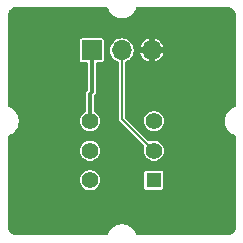
<source format=gbr>
%TF.GenerationSoftware,KiCad,Pcbnew,6.0.7+dfsg-1~bpo11+1*%
%TF.CreationDate,2022-09-24T09:45:49+00:00*%
%TF.ProjectId,0101-PUSH,30313031-2d50-4555-9348-2e6b69636164,V1.1*%
%TF.SameCoordinates,Original*%
%TF.FileFunction,Copper,L2,Bot*%
%TF.FilePolarity,Positive*%
%FSLAX46Y46*%
G04 Gerber Fmt 4.6, Leading zero omitted, Abs format (unit mm)*
G04 Created by KiCad (PCBNEW 6.0.7+dfsg-1~bpo11+1) date 2022-09-24 09:45:49*
%MOMM*%
%LPD*%
G01*
G04 APERTURE LIST*
%TA.AperFunction,ComponentPad*%
%ADD10R,1.700000X1.700000*%
%TD*%
%TA.AperFunction,ComponentPad*%
%ADD11O,1.700000X1.700000*%
%TD*%
%TA.AperFunction,ComponentPad*%
%ADD12R,1.300000X1.300000*%
%TD*%
%TA.AperFunction,ComponentPad*%
%ADD13C,1.400000*%
%TD*%
%TA.AperFunction,ViaPad*%
%ADD14C,0.500000*%
%TD*%
%TA.AperFunction,Conductor*%
%ADD15C,0.200000*%
%TD*%
%TA.AperFunction,Conductor*%
%ADD16C,0.350000*%
%TD*%
G04 APERTURE END LIST*
D10*
%TO.P,J1,1,Pin_1*%
%TO.N,VCC*%
X7260000Y15800000D03*
D11*
%TO.P,J1,2,Pin_2*%
%TO.N,/KEY*%
X9800000Y15800000D03*
%TO.P,J1,3,Pin_3*%
%TO.N,GND*%
X12340000Y15800000D03*
%TD*%
D12*
%TO.P,SW1,1,A*%
%TO.N,unconnected-(SW1-Pad1)*%
X12500000Y4800000D03*
D13*
%TO.P,SW1,2,B*%
%TO.N,/KEY*%
X12500000Y7300000D03*
%TO.P,SW1,3,C*%
%TO.N,Net-(R3-Pad2)*%
X12500000Y9800000D03*
%TO.P,SW1,4,A*%
%TO.N,unconnected-(SW1-Pad4)*%
X7100000Y4800000D03*
%TO.P,SW1,5,B*%
%TO.N,Net-(R5-Pad2)*%
X7100000Y7300000D03*
%TO.P,SW1,6,C*%
%TO.N,VCC*%
X7100000Y9800000D03*
%TD*%
D14*
%TO.N,GND*%
X18300000Y6300000D03*
X14400000Y9400000D03*
X17800000Y16800000D03*
X14400000Y7300000D03*
X8800000Y9800000D03*
X10300000Y7300000D03*
X18300000Y8300000D03*
X8800000Y10800000D03*
X1800000Y14300000D03*
X10800000Y10800000D03*
X11800000Y18300000D03*
X16800000Y1800000D03*
X2800000Y15300000D03*
X18300000Y7300000D03*
X17800000Y17800000D03*
X6800000Y18300000D03*
X2800000Y14300000D03*
X9300000Y7300000D03*
X3300000Y2800000D03*
X16800000Y17800000D03*
X4300000Y2800000D03*
X7800000Y18300000D03*
X17800000Y1800000D03*
X16800000Y16800000D03*
X1800000Y15300000D03*
X12800000Y18300000D03*
%TD*%
D15*
%TO.N,/KEY*%
X9800000Y10000000D02*
X12500000Y7300000D01*
X9800000Y15800000D02*
X9800000Y10000000D01*
D16*
%TO.N,VCC*%
X7260000Y12260000D02*
X7100000Y12100000D01*
X7100000Y12100000D02*
X7100000Y9800000D01*
X7260000Y15800000D02*
X7260000Y12260000D01*
%TD*%
%TA.AperFunction,Conductor*%
%TO.N,GND*%
G36*
X8553332Y19429498D02*
G01*
X8599825Y19375842D01*
X8601115Y19372667D01*
X8601476Y19371320D01*
X8687324Y19181795D01*
X8690190Y19177505D01*
X8746090Y19093828D01*
X8802901Y19008786D01*
X8945119Y18856918D01*
X9110178Y18730247D01*
X9293668Y18632159D01*
X9298545Y18630503D01*
X9298548Y18630502D01*
X9485802Y18566931D01*
X9490686Y18565273D01*
X9695969Y18531377D01*
X9904031Y18531377D01*
X10109314Y18565273D01*
X10114198Y18566931D01*
X10301452Y18630502D01*
X10301455Y18630503D01*
X10306332Y18632159D01*
X10489822Y18730247D01*
X10654881Y18856918D01*
X10797099Y19008786D01*
X10853911Y19093828D01*
X10909810Y19177505D01*
X10912676Y19181795D01*
X10963341Y19293646D01*
X10998524Y19371320D01*
X10999686Y19370793D01*
X11037922Y19423337D01*
X11104100Y19449046D01*
X11114789Y19449500D01*
X18763598Y19449500D01*
X18771315Y19448484D01*
X18783978Y19448484D01*
X18800000Y19444191D01*
X18813583Y19447830D01*
X18816043Y19447692D01*
X18930420Y19434805D01*
X18957928Y19428526D01*
X19068407Y19389868D01*
X19093820Y19377631D01*
X19192943Y19315349D01*
X19214998Y19297759D01*
X19297759Y19214998D01*
X19315349Y19192943D01*
X19377631Y19093820D01*
X19389868Y19068407D01*
X19428526Y18957928D01*
X19434805Y18930420D01*
X19447692Y18816043D01*
X19447830Y18813583D01*
X19444191Y18800000D01*
X19448484Y18783978D01*
X19448484Y18771315D01*
X19449500Y18763598D01*
X19449501Y14903449D01*
X19449501Y11114788D01*
X19429499Y11046667D01*
X19375843Y11000174D01*
X19372663Y10998882D01*
X19371322Y10998523D01*
X19181796Y10912676D01*
X19177506Y10909810D01*
X19013075Y10799964D01*
X19013071Y10799961D01*
X19008787Y10797099D01*
X18856919Y10654881D01*
X18730248Y10489822D01*
X18632160Y10306332D01*
X18630504Y10301455D01*
X18630503Y10301452D01*
X18576218Y10141550D01*
X18565274Y10109314D01*
X18531378Y9904031D01*
X18531378Y9695969D01*
X18565274Y9490686D01*
X18566932Y9485803D01*
X18566932Y9485802D01*
X18607161Y9367306D01*
X18632160Y9293668D01*
X18730248Y9110178D01*
X18856919Y8945119D01*
X19008787Y8802901D01*
X19013071Y8800039D01*
X19013075Y8800036D01*
X19124135Y8725844D01*
X19181796Y8687324D01*
X19186495Y8685196D01*
X19186496Y8685195D01*
X19371322Y8601477D01*
X19370794Y8600312D01*
X19423333Y8562085D01*
X19449046Y8495908D01*
X19449501Y8485212D01*
X19449500Y836402D01*
X19448484Y828685D01*
X19448484Y816022D01*
X19444191Y800000D01*
X19447830Y786417D01*
X19447692Y783957D01*
X19434805Y669580D01*
X19428526Y642072D01*
X19389868Y531593D01*
X19377631Y506180D01*
X19315349Y407057D01*
X19297759Y385002D01*
X19214998Y302241D01*
X19192943Y284651D01*
X19093820Y222369D01*
X19068407Y210132D01*
X18957928Y171474D01*
X18930420Y165195D01*
X18816043Y152308D01*
X18813583Y152170D01*
X18800000Y155809D01*
X18783978Y151516D01*
X18771315Y151516D01*
X18763598Y150500D01*
X11114789Y150500D01*
X11046668Y170502D01*
X11000175Y224158D01*
X10998885Y227333D01*
X10998524Y228680D01*
X10912676Y418205D01*
X10888477Y454429D01*
X10799964Y586926D01*
X10799961Y586930D01*
X10797099Y591214D01*
X10654881Y743082D01*
X10489822Y869753D01*
X10306332Y967841D01*
X10301455Y969497D01*
X10301452Y969498D01*
X10114198Y1033069D01*
X10114197Y1033069D01*
X10109314Y1034727D01*
X9904031Y1068623D01*
X9695969Y1068623D01*
X9490686Y1034727D01*
X9485803Y1033069D01*
X9485802Y1033069D01*
X9298548Y969498D01*
X9298545Y969497D01*
X9293668Y967841D01*
X9110178Y869753D01*
X8945119Y743082D01*
X8802901Y591214D01*
X8800039Y586930D01*
X8800036Y586926D01*
X8711523Y454429D01*
X8687324Y418205D01*
X8685195Y413505D01*
X8685194Y413503D01*
X8634796Y302241D01*
X8601476Y228680D01*
X8600314Y229207D01*
X8562078Y176663D01*
X8495900Y150954D01*
X8485211Y150500D01*
X836402Y150500D01*
X828685Y151516D01*
X816022Y151516D01*
X800000Y155809D01*
X786417Y152170D01*
X783957Y152308D01*
X669580Y165195D01*
X642072Y171474D01*
X531593Y210132D01*
X506180Y222369D01*
X407057Y284651D01*
X385002Y302241D01*
X302241Y385002D01*
X284651Y407057D01*
X222369Y506180D01*
X210132Y531593D01*
X171474Y642072D01*
X165195Y669580D01*
X152308Y783957D01*
X152170Y786417D01*
X155809Y800000D01*
X151516Y816022D01*
X151516Y828685D01*
X150500Y836402D01*
X150500Y4800000D01*
X6244815Y4800000D01*
X6263503Y4622197D01*
X6318750Y4452165D01*
X6408141Y4297335D01*
X6527770Y4164474D01*
X6533109Y4160595D01*
X6642719Y4080958D01*
X6672407Y4059388D01*
X6678435Y4056704D01*
X6678437Y4056703D01*
X6792741Y4005812D01*
X6835733Y3986671D01*
X6923171Y3968086D01*
X7004152Y3950872D01*
X7004156Y3950872D01*
X7010609Y3949500D01*
X7189391Y3949500D01*
X7195844Y3950872D01*
X7195848Y3950872D01*
X7276829Y3968086D01*
X7364267Y3986671D01*
X7407259Y4005812D01*
X7521563Y4056703D01*
X7521565Y4056704D01*
X7527593Y4059388D01*
X7557282Y4080958D01*
X7631911Y4135180D01*
X11699500Y4135180D01*
X11708233Y4091278D01*
X11715127Y4080960D01*
X11715128Y4080958D01*
X11726948Y4063269D01*
X11741496Y4041496D01*
X11751815Y4034601D01*
X11780958Y4015128D01*
X11780960Y4015127D01*
X11791278Y4008233D01*
X11835180Y3999500D01*
X13164820Y3999500D01*
X13208722Y4008233D01*
X13219040Y4015127D01*
X13219042Y4015128D01*
X13248185Y4034601D01*
X13258504Y4041496D01*
X13273052Y4063269D01*
X13284872Y4080958D01*
X13284873Y4080960D01*
X13291767Y4091278D01*
X13300500Y4135180D01*
X13300500Y5464820D01*
X13291767Y5508722D01*
X13284873Y5519040D01*
X13284872Y5519042D01*
X13265399Y5548185D01*
X13258504Y5558504D01*
X13248185Y5565399D01*
X13219042Y5584872D01*
X13219040Y5584873D01*
X13208722Y5591767D01*
X13164820Y5600500D01*
X11835180Y5600500D01*
X11791278Y5591767D01*
X11780960Y5584873D01*
X11780958Y5584872D01*
X11751815Y5565399D01*
X11741496Y5558504D01*
X11734601Y5548185D01*
X11715128Y5519042D01*
X11715127Y5519040D01*
X11708233Y5508722D01*
X11699500Y5464820D01*
X11699500Y4135180D01*
X7631911Y4135180D01*
X7666891Y4160595D01*
X7672230Y4164474D01*
X7791859Y4297335D01*
X7881250Y4452165D01*
X7936497Y4622197D01*
X7955185Y4800000D01*
X7936497Y4977803D01*
X7881250Y5147835D01*
X7791859Y5302665D01*
X7672230Y5435526D01*
X7588237Y5496551D01*
X7532935Y5536731D01*
X7532933Y5536732D01*
X7527593Y5540612D01*
X7521565Y5543296D01*
X7521563Y5543297D01*
X7370298Y5610644D01*
X7370297Y5610644D01*
X7364267Y5613329D01*
X7276829Y5631914D01*
X7195848Y5649128D01*
X7195844Y5649128D01*
X7189391Y5650500D01*
X7010609Y5650500D01*
X7004156Y5649128D01*
X7004152Y5649128D01*
X6923171Y5631914D01*
X6835733Y5613329D01*
X6829703Y5610644D01*
X6829702Y5610644D01*
X6678438Y5543297D01*
X6678436Y5543296D01*
X6672408Y5540612D01*
X6667067Y5536732D01*
X6667066Y5536731D01*
X6628515Y5508722D01*
X6527770Y5435526D01*
X6408141Y5302665D01*
X6318750Y5147835D01*
X6263503Y4977803D01*
X6244815Y4800000D01*
X150500Y4800000D01*
X150500Y7300000D01*
X6244815Y7300000D01*
X6263503Y7122197D01*
X6318750Y6952165D01*
X6408141Y6797335D01*
X6527770Y6664474D01*
X6672407Y6559388D01*
X6678435Y6556704D01*
X6678437Y6556703D01*
X6829702Y6489356D01*
X6835733Y6486671D01*
X6923171Y6468085D01*
X7004152Y6450872D01*
X7004156Y6450872D01*
X7010609Y6449500D01*
X7189391Y6449500D01*
X7195844Y6450872D01*
X7195848Y6450872D01*
X7276829Y6468086D01*
X7364267Y6486671D01*
X7370298Y6489356D01*
X7521563Y6556703D01*
X7521565Y6556704D01*
X7527593Y6559388D01*
X7672230Y6664474D01*
X7791859Y6797335D01*
X7881250Y6952165D01*
X7936497Y7122197D01*
X7955185Y7300000D01*
X7936497Y7477803D01*
X7881250Y7647835D01*
X7852278Y7698017D01*
X7795162Y7796944D01*
X7791859Y7802665D01*
X7672230Y7935526D01*
X7527593Y8040612D01*
X7521565Y8043296D01*
X7521563Y8043297D01*
X7370298Y8110644D01*
X7370297Y8110644D01*
X7364267Y8113329D01*
X7276829Y8131914D01*
X7195848Y8149128D01*
X7195844Y8149128D01*
X7189391Y8150500D01*
X7010609Y8150500D01*
X7004156Y8149128D01*
X7004152Y8149128D01*
X6923171Y8131914D01*
X6835733Y8113329D01*
X6829703Y8110644D01*
X6829702Y8110644D01*
X6678438Y8043297D01*
X6678436Y8043296D01*
X6672408Y8040612D01*
X6527770Y7935526D01*
X6408141Y7802665D01*
X6404838Y7796944D01*
X6347723Y7698017D01*
X6318750Y7647835D01*
X6263503Y7477803D01*
X6244815Y7300000D01*
X150500Y7300000D01*
X150500Y8485211D01*
X170502Y8553332D01*
X224158Y8599825D01*
X227333Y8601115D01*
X228680Y8601476D01*
X418205Y8687324D01*
X475866Y8725844D01*
X586926Y8800036D01*
X586930Y8800039D01*
X591214Y8802901D01*
X743082Y8945119D01*
X869753Y9110178D01*
X967841Y9293668D01*
X992841Y9367306D01*
X1033069Y9485802D01*
X1033069Y9485803D01*
X1034727Y9490686D01*
X1068623Y9695969D01*
X1068623Y9800000D01*
X6244815Y9800000D01*
X6263503Y9622197D01*
X6318750Y9452165D01*
X6408141Y9297335D01*
X6527770Y9164474D01*
X6533109Y9160595D01*
X6608131Y9106088D01*
X6672407Y9059388D01*
X6678435Y9056704D01*
X6678437Y9056703D01*
X6829702Y8989356D01*
X6835733Y8986671D01*
X6923171Y8968086D01*
X7004152Y8950872D01*
X7004156Y8950872D01*
X7010609Y8949500D01*
X7189391Y8949500D01*
X7195844Y8950872D01*
X7195848Y8950872D01*
X7276829Y8968085D01*
X7364267Y8986671D01*
X7370298Y8989356D01*
X7521563Y9056703D01*
X7521565Y9056704D01*
X7527593Y9059388D01*
X7591870Y9106088D01*
X7666891Y9160595D01*
X7672230Y9164474D01*
X7791859Y9297335D01*
X7881250Y9452165D01*
X7936497Y9622197D01*
X7955185Y9800000D01*
X7936497Y9977803D01*
X7933240Y9987829D01*
X7883292Y10141550D01*
X7881250Y10147835D01*
X7791859Y10302665D01*
X7672230Y10435526D01*
X7597499Y10489822D01*
X7532935Y10536731D01*
X7532933Y10536732D01*
X7527593Y10540612D01*
X7500250Y10552786D01*
X7446155Y10598765D01*
X7425500Y10667892D01*
X7425500Y11912983D01*
X7445502Y11981104D01*
X7462405Y12002078D01*
X7476222Y12015895D01*
X7484326Y12023322D01*
X7504750Y12040460D01*
X7513194Y12047545D01*
X7518704Y12057088D01*
X7518707Y12057092D01*
X7532036Y12080179D01*
X7537941Y12089449D01*
X7539218Y12091272D01*
X7559554Y12120316D01*
X7562407Y12130964D01*
X7563886Y12134135D01*
X7565078Y12137411D01*
X7570588Y12146955D01*
X7577134Y12184076D01*
X7579508Y12194783D01*
X7589263Y12231193D01*
X7585979Y12268731D01*
X7585500Y12279712D01*
X7585500Y14673500D01*
X7605502Y14741621D01*
X7659158Y14788114D01*
X7711500Y14799500D01*
X8124820Y14799500D01*
X8168722Y14808233D01*
X8179040Y14815127D01*
X8179042Y14815128D01*
X8208185Y14834601D01*
X8218504Y14841496D01*
X8228763Y14856850D01*
X8244872Y14880958D01*
X8244873Y14880960D01*
X8251767Y14891278D01*
X8260500Y14935180D01*
X8260500Y15814037D01*
X8794757Y15814037D01*
X8811175Y15618517D01*
X8865258Y15429909D01*
X8868076Y15424426D01*
X8952123Y15260887D01*
X8952126Y15260883D01*
X8954944Y15255399D01*
X9076818Y15101631D01*
X9226238Y14974465D01*
X9231616Y14971459D01*
X9231618Y14971458D01*
X9267932Y14951163D01*
X9397513Y14878743D01*
X9462438Y14857647D01*
X9521042Y14817574D01*
X9548679Y14752178D01*
X9549500Y14737815D01*
X9549500Y10037085D01*
X9547079Y10012504D01*
X9544592Y10000000D01*
X9564034Y9902259D01*
X9570926Y9891944D01*
X9570927Y9891942D01*
X9572499Y9889590D01*
X9575798Y9884653D01*
X9619399Y9819399D01*
X9629714Y9812507D01*
X9629716Y9812505D01*
X9630005Y9812312D01*
X9649098Y9796642D01*
X11683564Y7762175D01*
X11717590Y7699863D01*
X11714302Y7634146D01*
X11663503Y7477803D01*
X11644815Y7300000D01*
X11663503Y7122197D01*
X11718750Y6952165D01*
X11808141Y6797335D01*
X11927770Y6664474D01*
X12072407Y6559388D01*
X12078435Y6556704D01*
X12078437Y6556703D01*
X12229702Y6489356D01*
X12235733Y6486671D01*
X12323171Y6468085D01*
X12404152Y6450872D01*
X12404156Y6450872D01*
X12410609Y6449500D01*
X12589391Y6449500D01*
X12595844Y6450872D01*
X12595848Y6450872D01*
X12676829Y6468086D01*
X12764267Y6486671D01*
X12770298Y6489356D01*
X12921563Y6556703D01*
X12921565Y6556704D01*
X12927593Y6559388D01*
X13072230Y6664474D01*
X13191859Y6797335D01*
X13281250Y6952165D01*
X13336497Y7122197D01*
X13355185Y7300000D01*
X13336497Y7477803D01*
X13281250Y7647835D01*
X13252278Y7698017D01*
X13195162Y7796944D01*
X13191859Y7802665D01*
X13072230Y7935526D01*
X12927593Y8040612D01*
X12921565Y8043296D01*
X12921563Y8043297D01*
X12770298Y8110644D01*
X12770297Y8110644D01*
X12764267Y8113329D01*
X12676829Y8131914D01*
X12595848Y8149128D01*
X12595844Y8149128D01*
X12589391Y8150500D01*
X12410609Y8150500D01*
X12404156Y8149128D01*
X12404152Y8149128D01*
X12323171Y8131914D01*
X12235733Y8113329D01*
X12229703Y8110644D01*
X12229702Y8110644D01*
X12180054Y8088539D01*
X12109687Y8079105D01*
X12045390Y8109211D01*
X12039710Y8114551D01*
X10354260Y9800000D01*
X11644815Y9800000D01*
X11663503Y9622197D01*
X11718750Y9452165D01*
X11808141Y9297335D01*
X11927770Y9164474D01*
X11933109Y9160595D01*
X12008131Y9106088D01*
X12072407Y9059388D01*
X12078435Y9056704D01*
X12078437Y9056703D01*
X12229702Y8989356D01*
X12235733Y8986671D01*
X12323171Y8968086D01*
X12404152Y8950872D01*
X12404156Y8950872D01*
X12410609Y8949500D01*
X12589391Y8949500D01*
X12595844Y8950872D01*
X12595848Y8950872D01*
X12676829Y8968085D01*
X12764267Y8986671D01*
X12770298Y8989356D01*
X12921563Y9056703D01*
X12921565Y9056704D01*
X12927593Y9059388D01*
X12991870Y9106088D01*
X13066891Y9160595D01*
X13072230Y9164474D01*
X13191859Y9297335D01*
X13281250Y9452165D01*
X13336497Y9622197D01*
X13355185Y9800000D01*
X13336497Y9977803D01*
X13333240Y9987829D01*
X13283292Y10141550D01*
X13281250Y10147835D01*
X13191859Y10302665D01*
X13072230Y10435526D01*
X12997499Y10489822D01*
X12932935Y10536731D01*
X12932933Y10536732D01*
X12927593Y10540612D01*
X12921565Y10543296D01*
X12921563Y10543297D01*
X12770298Y10610644D01*
X12770297Y10610644D01*
X12764267Y10613329D01*
X12676829Y10631914D01*
X12595848Y10649128D01*
X12595844Y10649128D01*
X12589391Y10650500D01*
X12410609Y10650500D01*
X12404156Y10649128D01*
X12404152Y10649128D01*
X12323171Y10631914D01*
X12235733Y10613329D01*
X12229703Y10610644D01*
X12229702Y10610644D01*
X12078438Y10543297D01*
X12078436Y10543296D01*
X12072408Y10540612D01*
X12067067Y10536732D01*
X12067066Y10536731D01*
X12008131Y10493912D01*
X11927770Y10435526D01*
X11808141Y10302665D01*
X11718750Y10147835D01*
X11716708Y10141550D01*
X11666761Y9987829D01*
X11663503Y9977803D01*
X11644815Y9800000D01*
X10354260Y9800000D01*
X10087405Y10066855D01*
X10053380Y10129167D01*
X10050500Y10155950D01*
X10050500Y14735492D01*
X10070502Y14803613D01*
X10124158Y14850106D01*
X10142612Y14856849D01*
X10163556Y14862697D01*
X10338689Y14951163D01*
X10368515Y14974465D01*
X10488453Y15068171D01*
X10493303Y15071960D01*
X10523084Y15106461D01*
X10617485Y15215827D01*
X10617485Y15215828D01*
X10621509Y15220489D01*
X10718425Y15391091D01*
X10765973Y15534025D01*
X11375923Y15534025D01*
X11404025Y15436020D01*
X11408543Y15424608D01*
X11492546Y15261156D01*
X11499196Y15250838D01*
X11613350Y15106811D01*
X11621873Y15097985D01*
X11761833Y14978871D01*
X11771905Y14971870D01*
X11932334Y14882210D01*
X11943574Y14877299D01*
X12068769Y14836621D01*
X12082867Y14836218D01*
X12086000Y14842590D01*
X12086000Y14850742D01*
X12594000Y14850742D01*
X12597973Y14837211D01*
X12606188Y14836030D01*
X12697430Y14861505D01*
X12708881Y14865947D01*
X12872919Y14948807D01*
X12883276Y14955380D01*
X13028100Y15068530D01*
X13036986Y15076991D01*
X13157070Y15216110D01*
X13164144Y15226138D01*
X13254919Y15385932D01*
X13259913Y15397148D01*
X13303712Y15528811D01*
X13304213Y15542903D01*
X13298024Y15546000D01*
X12612115Y15546000D01*
X12596876Y15541525D01*
X12595671Y15540135D01*
X12594000Y15532452D01*
X12594000Y14850742D01*
X12086000Y14850742D01*
X12086000Y15527885D01*
X12081525Y15543124D01*
X12080135Y15544329D01*
X12072452Y15546000D01*
X11390604Y15546000D01*
X11377073Y15542027D01*
X11375923Y15534025D01*
X10765973Y15534025D01*
X10780358Y15577268D01*
X10804949Y15771929D01*
X10805341Y15800000D01*
X10786194Y15995272D01*
X10784413Y16001171D01*
X10784412Y16001176D01*
X10767507Y16057168D01*
X11376594Y16057168D01*
X11383153Y16054000D01*
X12067885Y16054000D01*
X12083124Y16058475D01*
X12084329Y16059865D01*
X12086000Y16067548D01*
X12086000Y16072115D01*
X12594000Y16072115D01*
X12598475Y16056876D01*
X12599865Y16055671D01*
X12607548Y16054000D01*
X13289826Y16054000D01*
X13303357Y16057973D01*
X13304449Y16065567D01*
X13270801Y16177015D01*
X13266126Y16188356D01*
X13179846Y16350627D01*
X13173059Y16360843D01*
X13056899Y16503269D01*
X13048255Y16511973D01*
X12906649Y16629120D01*
X12896478Y16635980D01*
X12734809Y16723394D01*
X12723504Y16728146D01*
X12611308Y16762876D01*
X12597205Y16763082D01*
X12594000Y16756327D01*
X12594000Y16072115D01*
X12086000Y16072115D01*
X12086000Y16749586D01*
X12082027Y16763117D01*
X12074232Y16764237D01*
X11969496Y16733411D01*
X11958119Y16728814D01*
X11795247Y16643667D01*
X11784986Y16636953D01*
X11641751Y16521789D01*
X11632992Y16513211D01*
X11514853Y16372419D01*
X11507927Y16362305D01*
X11419383Y16201243D01*
X11414555Y16189979D01*
X11376898Y16071269D01*
X11376594Y16057168D01*
X10767507Y16057168D01*
X10731265Y16177207D01*
X10729484Y16183106D01*
X10637370Y16356347D01*
X10513361Y16508398D01*
X10362180Y16633465D01*
X10189585Y16726787D01*
X10073000Y16762876D01*
X10008039Y16782985D01*
X10008036Y16782986D01*
X10002152Y16784807D01*
X9996027Y16785451D01*
X9996026Y16785451D01*
X9813147Y16804673D01*
X9813146Y16804673D01*
X9807019Y16805317D01*
X9684733Y16794188D01*
X9617759Y16788093D01*
X9617758Y16788093D01*
X9611618Y16787534D01*
X9605704Y16785793D01*
X9605702Y16785793D01*
X9528538Y16763082D01*
X9423393Y16732136D01*
X9417928Y16729279D01*
X9254972Y16644088D01*
X9254968Y16644085D01*
X9249512Y16641233D01*
X9244712Y16637373D01*
X9244711Y16637373D01*
X9234446Y16629120D01*
X9096600Y16518289D01*
X8970480Y16367984D01*
X8967516Y16362592D01*
X8967513Y16362588D01*
X8888813Y16219433D01*
X8875956Y16196046D01*
X8874095Y16190179D01*
X8874094Y16190177D01*
X8871851Y16183106D01*
X8816628Y16009022D01*
X8794757Y15814037D01*
X8260500Y15814037D01*
X8260500Y16664820D01*
X8251767Y16708722D01*
X8244873Y16719040D01*
X8244872Y16719042D01*
X8225399Y16748185D01*
X8218504Y16758504D01*
X8208185Y16765399D01*
X8179042Y16784872D01*
X8179040Y16784873D01*
X8168722Y16791767D01*
X8124820Y16800500D01*
X6395180Y16800500D01*
X6351278Y16791767D01*
X6340960Y16784873D01*
X6340958Y16784872D01*
X6311815Y16765399D01*
X6301496Y16758504D01*
X6294601Y16748185D01*
X6275128Y16719042D01*
X6275127Y16719040D01*
X6268233Y16708722D01*
X6259500Y16664820D01*
X6259500Y14935180D01*
X6268233Y14891278D01*
X6275127Y14880960D01*
X6275128Y14880958D01*
X6291237Y14856850D01*
X6301496Y14841496D01*
X6311815Y14834601D01*
X6340958Y14815128D01*
X6340960Y14815127D01*
X6351278Y14808233D01*
X6395180Y14799500D01*
X6808500Y14799500D01*
X6876621Y14779498D01*
X6923114Y14725842D01*
X6934500Y14673500D01*
X6934500Y12447016D01*
X6914498Y12378895D01*
X6897595Y12357921D01*
X6883784Y12344110D01*
X6875680Y12336683D01*
X6846806Y12312455D01*
X6841293Y12302906D01*
X6827961Y12279815D01*
X6822055Y12270544D01*
X6800446Y12239684D01*
X6797592Y12229034D01*
X6796115Y12225866D01*
X6794923Y12222590D01*
X6789412Y12213045D01*
X6784304Y12184072D01*
X6782870Y12175942D01*
X6780492Y12165215D01*
X6770736Y12128807D01*
X6771697Y12117822D01*
X6771697Y12117820D01*
X6774020Y12091272D01*
X6774500Y12080290D01*
X6774500Y10667892D01*
X6754498Y10599771D01*
X6699749Y10552785D01*
X6678438Y10543297D01*
X6678436Y10543296D01*
X6672408Y10540612D01*
X6667067Y10536732D01*
X6667066Y10536731D01*
X6608131Y10493912D01*
X6527770Y10435526D01*
X6408141Y10302665D01*
X6318750Y10147835D01*
X6316708Y10141550D01*
X6266761Y9987829D01*
X6263503Y9977803D01*
X6244815Y9800000D01*
X1068623Y9800000D01*
X1068623Y9904031D01*
X1034727Y10109314D01*
X1023783Y10141550D01*
X969498Y10301452D01*
X969497Y10301455D01*
X967841Y10306332D01*
X869753Y10489822D01*
X743082Y10654881D01*
X591214Y10797099D01*
X586930Y10799961D01*
X586926Y10799964D01*
X422495Y10909810D01*
X418205Y10912676D01*
X384660Y10927871D01*
X228680Y10998524D01*
X229207Y10999686D01*
X176663Y11037922D01*
X150954Y11104100D01*
X150500Y11114789D01*
X150500Y18763598D01*
X151516Y18771315D01*
X151516Y18783978D01*
X155809Y18800000D01*
X152170Y18813583D01*
X152308Y18816043D01*
X165195Y18930420D01*
X171474Y18957928D01*
X210132Y19068407D01*
X222369Y19093820D01*
X284651Y19192943D01*
X302241Y19214998D01*
X385002Y19297759D01*
X407057Y19315349D01*
X506180Y19377631D01*
X531593Y19389868D01*
X642072Y19428526D01*
X669580Y19434805D01*
X783957Y19447692D01*
X786417Y19447830D01*
X800000Y19444191D01*
X816022Y19448484D01*
X828685Y19448484D01*
X836402Y19449500D01*
X8485211Y19449500D01*
X8553332Y19429498D01*
G37*
%TD.AperFunction*%
%TD*%
M02*

</source>
